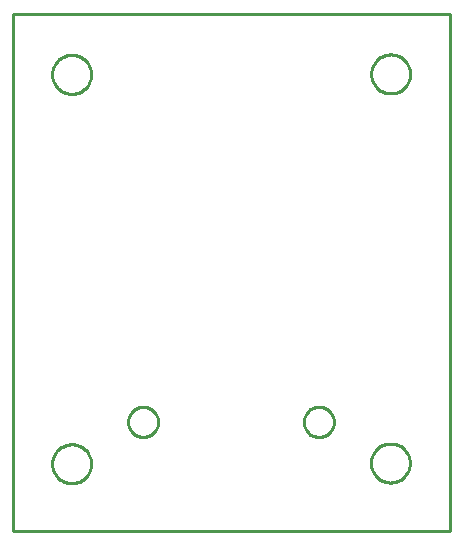
<source format=gbr>
G04 EAGLE Gerber X2 export*
%TF.Part,Single*%
%TF.FileFunction,Profile,NP*%
%TF.FilePolarity,Positive*%
%TF.GenerationSoftware,Autodesk,EAGLE,8.7.0*%
%TF.CreationDate,2018-04-17T07:11:35Z*%
G75*
%MOMM*%
%FSLAX34Y34*%
%LPD*%
%AMOC8*
5,1,8,0,0,1.08239X$1,22.5*%
G01*
%ADD10C,0.254000*%


D10*
X209870Y12700D02*
X580260Y12700D01*
X580260Y450600D01*
X209870Y450600D01*
X209870Y12700D01*
X456460Y105911D02*
X456539Y106910D01*
X456695Y107899D01*
X456929Y108874D01*
X457239Y109826D01*
X457622Y110752D01*
X458077Y111645D01*
X458601Y112499D01*
X459189Y113310D01*
X459840Y114071D01*
X460549Y114780D01*
X461310Y115431D01*
X462121Y116019D01*
X462975Y116543D01*
X463868Y116998D01*
X464794Y117381D01*
X465746Y117691D01*
X466721Y117925D01*
X467710Y118081D01*
X468709Y118160D01*
X469711Y118160D01*
X470710Y118081D01*
X471699Y117925D01*
X472674Y117691D01*
X473626Y117381D01*
X474552Y116998D01*
X475445Y116543D01*
X476299Y116019D01*
X477110Y115431D01*
X477871Y114780D01*
X478580Y114071D01*
X479231Y113310D01*
X479819Y112499D01*
X480343Y111645D01*
X480798Y110752D01*
X481181Y109826D01*
X481491Y108874D01*
X481725Y107899D01*
X481881Y106910D01*
X481960Y105911D01*
X481960Y104909D01*
X481881Y103910D01*
X481725Y102921D01*
X481491Y101946D01*
X481181Y100994D01*
X480798Y100068D01*
X480343Y99175D01*
X479819Y98321D01*
X479231Y97510D01*
X478580Y96749D01*
X477871Y96040D01*
X477110Y95389D01*
X476299Y94801D01*
X475445Y94277D01*
X474552Y93822D01*
X473626Y93439D01*
X472674Y93129D01*
X471699Y92895D01*
X470710Y92739D01*
X469711Y92660D01*
X468709Y92660D01*
X467710Y92739D01*
X466721Y92895D01*
X465746Y93129D01*
X464794Y93439D01*
X463868Y93822D01*
X462975Y94277D01*
X462121Y94801D01*
X461310Y95389D01*
X460549Y96040D01*
X459840Y96749D01*
X459189Y97510D01*
X458601Y98321D01*
X458077Y99175D01*
X457622Y100068D01*
X457239Y100994D01*
X456929Y101946D01*
X456695Y102921D01*
X456539Y103910D01*
X456460Y104909D01*
X456460Y105911D01*
X307660Y105911D02*
X307739Y106910D01*
X307895Y107899D01*
X308129Y108874D01*
X308439Y109826D01*
X308822Y110752D01*
X309277Y111645D01*
X309801Y112499D01*
X310389Y113310D01*
X311040Y114071D01*
X311749Y114780D01*
X312510Y115431D01*
X313321Y116019D01*
X314175Y116543D01*
X315068Y116998D01*
X315994Y117381D01*
X316946Y117691D01*
X317921Y117925D01*
X318910Y118081D01*
X319909Y118160D01*
X320911Y118160D01*
X321910Y118081D01*
X322899Y117925D01*
X323874Y117691D01*
X324826Y117381D01*
X325752Y116998D01*
X326645Y116543D01*
X327499Y116019D01*
X328310Y115431D01*
X329071Y114780D01*
X329780Y114071D01*
X330431Y113310D01*
X331019Y112499D01*
X331543Y111645D01*
X331998Y110752D01*
X332381Y109826D01*
X332691Y108874D01*
X332925Y107899D01*
X333081Y106910D01*
X333160Y105911D01*
X333160Y104909D01*
X333081Y103910D01*
X332925Y102921D01*
X332691Y101946D01*
X332381Y100994D01*
X331998Y100068D01*
X331543Y99175D01*
X331019Y98321D01*
X330431Y97510D01*
X329780Y96749D01*
X329071Y96040D01*
X328310Y95389D01*
X327499Y94801D01*
X326645Y94277D01*
X325752Y93822D01*
X324826Y93439D01*
X323874Y93129D01*
X322899Y92895D01*
X321910Y92739D01*
X320911Y92660D01*
X319909Y92660D01*
X318910Y92739D01*
X317921Y92895D01*
X316946Y93129D01*
X315994Y93439D01*
X315068Y93822D01*
X314175Y94277D01*
X313321Y94801D01*
X312510Y95389D01*
X311749Y96040D01*
X311040Y96749D01*
X310389Y97510D01*
X309801Y98321D01*
X309277Y99175D01*
X308822Y100068D01*
X308439Y100994D01*
X308129Y101946D01*
X307895Y102921D01*
X307739Y103910D01*
X307660Y104909D01*
X307660Y105911D01*
X546566Y399520D02*
X546495Y398442D01*
X546354Y397371D01*
X546144Y396311D01*
X545864Y395268D01*
X545517Y394245D01*
X545103Y393247D01*
X544626Y392278D01*
X544085Y391342D01*
X543485Y390444D01*
X542828Y389587D01*
X542115Y388775D01*
X541351Y388011D01*
X540539Y387299D01*
X539682Y386641D01*
X538784Y386041D01*
X537848Y385501D01*
X536879Y385023D01*
X535881Y384609D01*
X534858Y384262D01*
X533815Y383982D01*
X532755Y383772D01*
X531684Y383631D01*
X530606Y383560D01*
X529526Y383560D01*
X528448Y383631D01*
X527377Y383772D01*
X526317Y383982D01*
X525274Y384262D01*
X524251Y384609D01*
X523253Y385023D01*
X522284Y385501D01*
X521348Y386041D01*
X520450Y386641D01*
X519593Y387299D01*
X518781Y388011D01*
X518017Y388775D01*
X517305Y389587D01*
X516647Y390444D01*
X516047Y391342D01*
X515507Y392278D01*
X515029Y393247D01*
X514615Y394245D01*
X514268Y395268D01*
X513988Y396311D01*
X513778Y397371D01*
X513637Y398442D01*
X513566Y399520D01*
X513566Y400600D01*
X513637Y401678D01*
X513778Y402749D01*
X513988Y403809D01*
X514268Y404852D01*
X514615Y405875D01*
X515029Y406873D01*
X515507Y407842D01*
X516047Y408778D01*
X516647Y409676D01*
X517305Y410533D01*
X518017Y411345D01*
X518781Y412109D01*
X519593Y412822D01*
X520450Y413479D01*
X521348Y414079D01*
X522284Y414620D01*
X523253Y415097D01*
X524251Y415511D01*
X525274Y415858D01*
X526317Y416138D01*
X527377Y416348D01*
X528448Y416489D01*
X529526Y416560D01*
X530606Y416560D01*
X531684Y416489D01*
X532755Y416348D01*
X533815Y416138D01*
X534858Y415858D01*
X535881Y415511D01*
X536879Y415097D01*
X537848Y414620D01*
X538784Y414079D01*
X539682Y413479D01*
X540539Y412822D01*
X541351Y412109D01*
X542115Y411345D01*
X542828Y410533D01*
X543485Y409676D01*
X544085Y408778D01*
X544626Y407842D01*
X545103Y406873D01*
X545517Y405875D01*
X545864Y404852D01*
X546144Y403809D01*
X546354Y402749D01*
X546495Y401678D01*
X546566Y400600D01*
X546566Y399520D01*
X276506Y399172D02*
X276435Y398094D01*
X276294Y397023D01*
X276084Y395963D01*
X275804Y394920D01*
X275457Y393897D01*
X275043Y392899D01*
X274566Y391930D01*
X274025Y390994D01*
X273425Y390096D01*
X272768Y389239D01*
X272055Y388427D01*
X271291Y387663D01*
X270479Y386951D01*
X269622Y386293D01*
X268724Y385693D01*
X267788Y385153D01*
X266819Y384675D01*
X265821Y384261D01*
X264798Y383914D01*
X263755Y383634D01*
X262695Y383424D01*
X261624Y383283D01*
X260546Y383212D01*
X259466Y383212D01*
X258388Y383283D01*
X257317Y383424D01*
X256257Y383634D01*
X255214Y383914D01*
X254191Y384261D01*
X253193Y384675D01*
X252224Y385153D01*
X251288Y385693D01*
X250390Y386293D01*
X249533Y386951D01*
X248721Y387663D01*
X247957Y388427D01*
X247245Y389239D01*
X246587Y390096D01*
X245987Y390994D01*
X245447Y391930D01*
X244969Y392899D01*
X244555Y393897D01*
X244208Y394920D01*
X243928Y395963D01*
X243718Y397023D01*
X243577Y398094D01*
X243506Y399172D01*
X243506Y400252D01*
X243577Y401330D01*
X243718Y402401D01*
X243928Y403461D01*
X244208Y404504D01*
X244555Y405527D01*
X244969Y406525D01*
X245447Y407494D01*
X245987Y408430D01*
X246587Y409328D01*
X247245Y410185D01*
X247957Y410997D01*
X248721Y411761D01*
X249533Y412474D01*
X250390Y413131D01*
X251288Y413731D01*
X252224Y414272D01*
X253193Y414749D01*
X254191Y415163D01*
X255214Y415510D01*
X256257Y415790D01*
X257317Y416000D01*
X258388Y416141D01*
X259466Y416212D01*
X260546Y416212D01*
X261624Y416141D01*
X262695Y416000D01*
X263755Y415790D01*
X264798Y415510D01*
X265821Y415163D01*
X266819Y414749D01*
X267788Y414272D01*
X268724Y413731D01*
X269622Y413131D01*
X270479Y412474D01*
X271291Y411761D01*
X272055Y410997D01*
X272768Y410185D01*
X273425Y409328D01*
X274025Y408430D01*
X274566Y407494D01*
X275043Y406525D01*
X275457Y405527D01*
X275804Y404504D01*
X276084Y403461D01*
X276294Y402401D01*
X276435Y401330D01*
X276506Y400252D01*
X276506Y399172D01*
X546312Y70130D02*
X546241Y69052D01*
X546100Y67981D01*
X545890Y66921D01*
X545610Y65878D01*
X545263Y64855D01*
X544849Y63857D01*
X544372Y62888D01*
X543831Y61952D01*
X543231Y61054D01*
X542574Y60197D01*
X541861Y59385D01*
X541097Y58621D01*
X540285Y57909D01*
X539428Y57251D01*
X538530Y56651D01*
X537594Y56111D01*
X536625Y55633D01*
X535627Y55219D01*
X534604Y54872D01*
X533561Y54592D01*
X532501Y54382D01*
X531430Y54241D01*
X530352Y54170D01*
X529272Y54170D01*
X528194Y54241D01*
X527123Y54382D01*
X526063Y54592D01*
X525020Y54872D01*
X523997Y55219D01*
X522999Y55633D01*
X522030Y56111D01*
X521094Y56651D01*
X520196Y57251D01*
X519339Y57909D01*
X518527Y58621D01*
X517763Y59385D01*
X517051Y60197D01*
X516393Y61054D01*
X515793Y61952D01*
X515253Y62888D01*
X514775Y63857D01*
X514361Y64855D01*
X514014Y65878D01*
X513734Y66921D01*
X513524Y67981D01*
X513383Y69052D01*
X513312Y70130D01*
X513312Y71210D01*
X513383Y72288D01*
X513524Y73359D01*
X513734Y74419D01*
X514014Y75462D01*
X514361Y76485D01*
X514775Y77483D01*
X515253Y78452D01*
X515793Y79388D01*
X516393Y80286D01*
X517051Y81143D01*
X517763Y81955D01*
X518527Y82719D01*
X519339Y83432D01*
X520196Y84089D01*
X521094Y84689D01*
X522030Y85230D01*
X522999Y85707D01*
X523997Y86121D01*
X525020Y86468D01*
X526063Y86748D01*
X527123Y86958D01*
X528194Y87099D01*
X529272Y87170D01*
X530352Y87170D01*
X531430Y87099D01*
X532501Y86958D01*
X533561Y86748D01*
X534604Y86468D01*
X535627Y86121D01*
X536625Y85707D01*
X537594Y85230D01*
X538530Y84689D01*
X539428Y84089D01*
X540285Y83432D01*
X541097Y82719D01*
X541861Y81955D01*
X542574Y81143D01*
X543231Y80286D01*
X543831Y79388D01*
X544372Y78452D01*
X544849Y77483D01*
X545263Y76485D01*
X545610Y75462D01*
X545890Y74419D01*
X546100Y73359D01*
X546241Y72288D01*
X546312Y71210D01*
X546312Y70130D01*
X276500Y69460D02*
X276429Y68382D01*
X276288Y67311D01*
X276078Y66251D01*
X275798Y65208D01*
X275451Y64185D01*
X275037Y63187D01*
X274560Y62218D01*
X274019Y61282D01*
X273419Y60384D01*
X272762Y59527D01*
X272049Y58715D01*
X271285Y57951D01*
X270473Y57239D01*
X269616Y56581D01*
X268718Y55981D01*
X267782Y55441D01*
X266813Y54963D01*
X265815Y54549D01*
X264792Y54202D01*
X263749Y53922D01*
X262689Y53712D01*
X261618Y53571D01*
X260540Y53500D01*
X259460Y53500D01*
X258382Y53571D01*
X257311Y53712D01*
X256251Y53922D01*
X255208Y54202D01*
X254185Y54549D01*
X253187Y54963D01*
X252218Y55441D01*
X251282Y55981D01*
X250384Y56581D01*
X249527Y57239D01*
X248715Y57951D01*
X247951Y58715D01*
X247239Y59527D01*
X246581Y60384D01*
X245981Y61282D01*
X245441Y62218D01*
X244963Y63187D01*
X244549Y64185D01*
X244202Y65208D01*
X243922Y66251D01*
X243712Y67311D01*
X243571Y68382D01*
X243500Y69460D01*
X243500Y70540D01*
X243571Y71618D01*
X243712Y72689D01*
X243922Y73749D01*
X244202Y74792D01*
X244549Y75815D01*
X244963Y76813D01*
X245441Y77782D01*
X245981Y78718D01*
X246581Y79616D01*
X247239Y80473D01*
X247951Y81285D01*
X248715Y82049D01*
X249527Y82762D01*
X250384Y83419D01*
X251282Y84019D01*
X252218Y84560D01*
X253187Y85037D01*
X254185Y85451D01*
X255208Y85798D01*
X256251Y86078D01*
X257311Y86288D01*
X258382Y86429D01*
X259460Y86500D01*
X260540Y86500D01*
X261618Y86429D01*
X262689Y86288D01*
X263749Y86078D01*
X264792Y85798D01*
X265815Y85451D01*
X266813Y85037D01*
X267782Y84560D01*
X268718Y84019D01*
X269616Y83419D01*
X270473Y82762D01*
X271285Y82049D01*
X272049Y81285D01*
X272762Y80473D01*
X273419Y79616D01*
X274019Y78718D01*
X274560Y77782D01*
X275037Y76813D01*
X275451Y75815D01*
X275798Y74792D01*
X276078Y73749D01*
X276288Y72689D01*
X276429Y71618D01*
X276500Y70540D01*
X276500Y69460D01*
M02*

</source>
